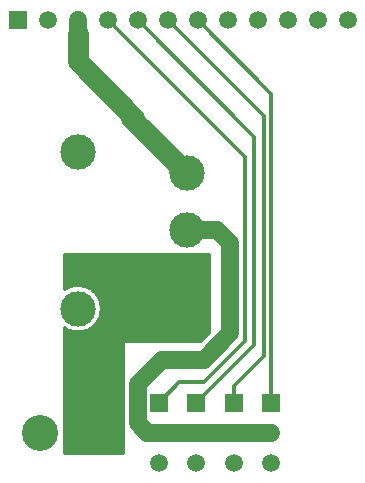
<source format=gbr>
G04 DipTrace 4.0.0.2*
G04 1 - Top.gbr*
%MOIN*%
G04 #@! TF.FileFunction,Copper,L1,Top*
G04 #@! TF.Part,Single*
G04 #@! TA.AperFunction,Conductor*
%ADD15C,0.012*%
%ADD17C,0.059055*%
%ADD18C,0.07*%
%ADD19C,0.06*%
G04 #@! TA.AperFunction,CopperBalancing*
%ADD21C,0.013*%
G04 #@! TA.AperFunction,ComponentPad*
%ADD22R,0.12X0.12*%
%ADD23C,0.12*%
%ADD24R,0.059055X0.059055*%
%ADD25C,0.059055*%
%ADD26C,0.11811*%
%FSLAX26Y26*%
G04*
G70*
G90*
G75*
G01*
G04 Top*
%LPD*%
X944000Y694000D2*
D15*
X1012751Y762751D1*
X1094001D1*
X1231500Y900249D1*
Y1511219D1*
X773916Y1968803D1*
X1069000Y694000D2*
X1262749Y887749D1*
Y1579970D1*
X873916Y1968803D1*
X1319000Y694000D2*
Y1723719D1*
X1073916Y1968803D1*
X1194000Y694000D2*
Y750249D1*
X1294000Y850249D1*
Y1650249D1*
X975446Y1968803D1*
X973916D1*
X673916D2*
D17*
Y1923025D1*
D18*
Y1832833D1*
X862749Y1644000D1*
X851430D1*
X1037454Y1457976D1*
X944000Y594000D2*
D17*
X1003528D1*
D19*
X1009472D1*
D17*
X1069000D1*
X1128528D1*
D19*
X1134472D1*
D17*
X1194000D1*
X1253528D1*
D19*
X1259472D1*
D17*
X1319000D1*
X944000D2*
X906500D1*
D19*
X875250Y625250D1*
Y756500D1*
X956500Y837750D1*
X1094000D1*
X1181500Y925250D1*
Y1225250D1*
X1137750Y1269000D1*
X1037454D1*
X633063Y1174631D2*
D21*
X1111209D1*
X633063Y1161762D2*
X1111209D1*
X633063Y1148894D2*
X1111209D1*
X633063Y1136025D2*
X1111209D1*
X633063Y1123156D2*
X1111209D1*
X633063Y1110287D2*
X1111209D1*
X633063Y1097419D2*
X1111209D1*
X633063Y1084550D2*
X657580D1*
X692934D2*
X1111209D1*
X722311Y1071681D2*
X1111209D1*
X736453Y1058812D2*
X1111209D1*
X745467Y1045944D2*
X1111209D1*
X751281Y1033075D2*
X1111209D1*
X754557Y1020206D2*
X1111209D1*
X755623Y1007337D2*
X1111209D1*
X754608Y994469D2*
X1111209D1*
X751383Y981600D2*
X1111209D1*
X745645Y968731D2*
X1111209D1*
X736707Y955862D2*
X1111209D1*
X722717Y942993D2*
X1111209D1*
X633063Y930125D2*
X656234D1*
X694279D2*
X1111209D1*
X633063Y917256D2*
X1101459D1*
X633063Y904387D2*
X1088586D1*
X633063Y891518D2*
X823711D1*
X633063Y878650D2*
X823711D1*
X633063Y865781D2*
X823711D1*
X633063Y852912D2*
X823711D1*
X633063Y840043D2*
X823711D1*
X633063Y827175D2*
X823711D1*
X633063Y814306D2*
X823711D1*
X633063Y801437D2*
X823711D1*
X633063Y788568D2*
X823711D1*
X633063Y775699D2*
X823711D1*
X633063Y762831D2*
X823711D1*
X633063Y749962D2*
X823711D1*
X633063Y737093D2*
X823711D1*
X633063Y724224D2*
X823711D1*
X633063Y711356D2*
X823711D1*
X633063Y698487D2*
X823711D1*
X633063Y685618D2*
X823711D1*
X633063Y672749D2*
X823711D1*
X633063Y659881D2*
X823711D1*
X633063Y647012D2*
X823711D1*
X633063Y634143D2*
X823711D1*
X633063Y621274D2*
X823711D1*
X633063Y608406D2*
X823711D1*
X633063Y595537D2*
X823711D1*
X633063Y582668D2*
X823711D1*
X633063Y569799D2*
X823711D1*
X633063Y556930D2*
X823711D1*
X633063Y544062D2*
X823711D1*
X633063Y531193D2*
X823711D1*
X754082Y1000985D2*
X753352Y994819D1*
X752141Y988729D1*
X750456Y982753D1*
X748307Y976928D1*
X745707Y971290D1*
X742673Y965872D1*
X739224Y960710D1*
X735380Y955834D1*
X731165Y951274D1*
X726606Y947060D1*
X721730Y943216D1*
X716567Y939766D1*
X711150Y936733D1*
X705511Y934133D1*
X699686Y931984D1*
X693710Y930299D1*
X687621Y929087D1*
X681455Y928358D1*
X675251Y928114D1*
X669046Y928358D1*
X662881Y929087D1*
X656791Y930299D1*
X650815Y931984D1*
X644990Y934133D1*
X639351Y936733D1*
X631736Y941235D1*
X631750Y525500D1*
X824994D1*
X825080Y895017D1*
X825708Y896951D1*
X826904Y898596D1*
X828549Y899792D1*
X830483Y900420D1*
X851034Y900500D1*
X1086024D1*
X1112504Y926993D1*
X1112500Y1187512D1*
X631732Y1187500D1*
X631750Y1073226D1*
X639351Y1077645D1*
X644990Y1080245D1*
X650815Y1082394D1*
X656791Y1084079D1*
X662881Y1085291D1*
X669046Y1086020D1*
X675251Y1086264D1*
X681455Y1086020D1*
X687621Y1085291D1*
X693710Y1084079D1*
X699686Y1082394D1*
X705511Y1080245D1*
X711150Y1077645D1*
X716567Y1074612D1*
X721730Y1071162D1*
X726606Y1067318D1*
X731165Y1063104D1*
X735380Y1058544D1*
X739224Y1053668D1*
X742673Y1048506D1*
X745707Y1043088D1*
X748307Y1037450D1*
X750456Y1031625D1*
X752141Y1025649D1*
X753352Y1019559D1*
X754082Y1013393D1*
X754326Y1007189D1*
X754082Y1000985D1*
D22*
X744000Y594000D3*
D23*
X547150D3*
D24*
X473916Y1968803D3*
D25*
X573916D3*
X673916D3*
X773916D3*
X873916D3*
X973916D3*
X1073916D3*
X1173916D3*
X1273907D3*
X1373907D3*
X1473907D3*
X1573907D3*
D24*
X944000Y694000D3*
D25*
Y594000D3*
Y494000D3*
D24*
X1069000Y694000D3*
D25*
Y594000D3*
Y494000D3*
D24*
X1194000Y694000D3*
D25*
Y594000D3*
Y494000D3*
D24*
X1319000Y694000D3*
D25*
Y594000D3*
Y494000D3*
D26*
X1037454Y1269000D3*
Y1457976D3*
Y1080024D3*
X675251Y1007189D3*
Y1530811D3*
M02*

</source>
